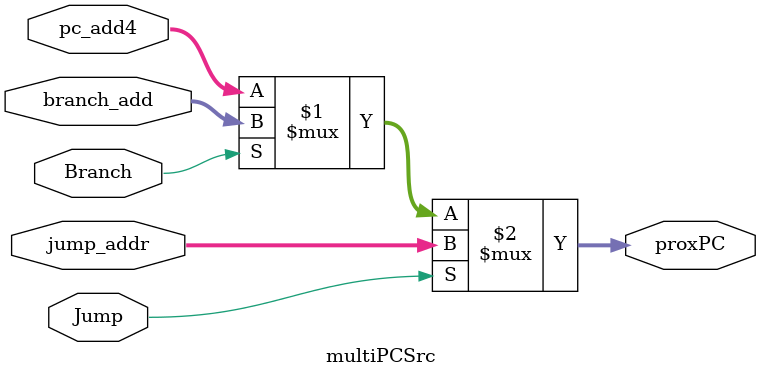
<source format=v>
module multiPCSrc (
    input [31:0] pc_add4,      
    input [31:0] branch_add,   
    input [31:0] jump_addr,    
    input Branch,              
    input Jump,                
    output [31:0] proxPC      
);

    assign proxPC = Jump ? jump_addr : (Branch ? branch_add : pc_add4);

endmodule
</source>
